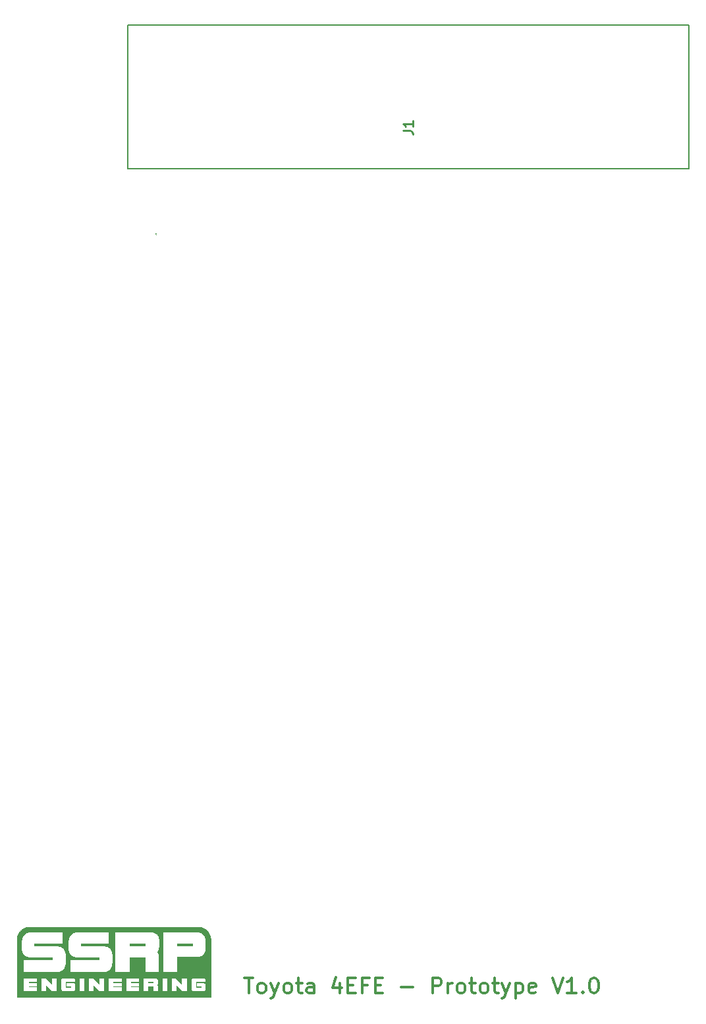
<source format=gbr>
%TF.GenerationSoftware,KiCad,Pcbnew,7.0.7*%
%TF.CreationDate,2024-09-30T22:56:21+02:00*%
%TF.ProjectId,SSRP4EFE,53535250-3445-4464-952e-6b696361645f,rev?*%
%TF.SameCoordinates,Original*%
%TF.FileFunction,Legend,Top*%
%TF.FilePolarity,Positive*%
%FSLAX46Y46*%
G04 Gerber Fmt 4.6, Leading zero omitted, Abs format (unit mm)*
G04 Created by KiCad (PCBNEW 7.0.7) date 2024-09-30 22:56:21*
%MOMM*%
%LPD*%
G01*
G04 APERTURE LIST*
%ADD10C,0.000000*%
%ADD11C,0.300000*%
%ADD12C,0.254000*%
%ADD13C,0.100000*%
%ADD14C,0.200000*%
G04 APERTURE END LIST*
D10*
G36*
X122421595Y-142411439D02*
G01*
X122505475Y-142417817D01*
X122588135Y-142428320D01*
X122669471Y-142442845D01*
X122749379Y-142461287D01*
X122827757Y-142483543D01*
X122904499Y-142509509D01*
X122979503Y-142539081D01*
X123052664Y-142572156D01*
X123123880Y-142608629D01*
X123193045Y-142648398D01*
X123260056Y-142691358D01*
X123324810Y-142737406D01*
X123387203Y-142786437D01*
X123447130Y-142838348D01*
X123504488Y-142893036D01*
X123559174Y-142950395D01*
X123611084Y-143010324D01*
X123660113Y-143072718D01*
X123706159Y-143137472D01*
X123749116Y-143204485D01*
X123788882Y-143273650D01*
X123825353Y-143344866D01*
X123858425Y-143418028D01*
X123887994Y-143493032D01*
X123913956Y-143569775D01*
X123936208Y-143648153D01*
X123954646Y-143728062D01*
X123969166Y-143809398D01*
X123979664Y-143892057D01*
X123986037Y-143975937D01*
X123988181Y-144060932D01*
X123988181Y-151525000D01*
X99000000Y-151525000D01*
X99000000Y-150690629D01*
X99917864Y-150690629D01*
X101583199Y-150690629D01*
X102168069Y-150690629D01*
X102760910Y-150690629D01*
X102762006Y-149913460D01*
X103533636Y-150690629D01*
X104101040Y-150690629D01*
X104101040Y-150246513D01*
X104693699Y-150246513D01*
X104694120Y-150273835D01*
X104695382Y-150300289D01*
X104697486Y-150325877D01*
X104700431Y-150350597D01*
X104704218Y-150374449D01*
X104708846Y-150397435D01*
X104714315Y-150419553D01*
X104720626Y-150440804D01*
X104727779Y-150461188D01*
X104735772Y-150480705D01*
X104744608Y-150499354D01*
X104754284Y-150517136D01*
X104764802Y-150534050D01*
X104776161Y-150550098D01*
X104788362Y-150565278D01*
X104801404Y-150579590D01*
X104815287Y-150593036D01*
X104830011Y-150605614D01*
X104845577Y-150617324D01*
X104861984Y-150628167D01*
X104879232Y-150638143D01*
X104897322Y-150647251D01*
X104916253Y-150655492D01*
X104936025Y-150662866D01*
X104956638Y-150669372D01*
X104978093Y-150675011D01*
X105000389Y-150679782D01*
X105023526Y-150683685D01*
X105047504Y-150686722D01*
X105072323Y-150688890D01*
X105097984Y-150690192D01*
X105124485Y-150690625D01*
X106112574Y-150690625D01*
X106137917Y-150690203D01*
X106162462Y-150688934D01*
X106186209Y-150686820D01*
X106209158Y-150683859D01*
X106231310Y-150680054D01*
X106252664Y-150675402D01*
X106273220Y-150669905D01*
X106292978Y-150663562D01*
X106311939Y-150656374D01*
X106330102Y-150648340D01*
X106347466Y-150639461D01*
X106364033Y-150629736D01*
X106379802Y-150619165D01*
X106394774Y-150607749D01*
X106408947Y-150595488D01*
X106422322Y-150582381D01*
X106434899Y-150568429D01*
X106446678Y-150553631D01*
X106457659Y-150537988D01*
X106467843Y-150521499D01*
X106477228Y-150504166D01*
X106485814Y-150485986D01*
X106493603Y-150466962D01*
X106500594Y-150447092D01*
X106506786Y-150426378D01*
X106512180Y-150404817D01*
X106516776Y-150382412D01*
X106520574Y-150359162D01*
X106523574Y-150335066D01*
X106525775Y-150310125D01*
X106527782Y-150257708D01*
X106527782Y-149993420D01*
X106527112Y-149970467D01*
X106525647Y-149948241D01*
X106523388Y-149926741D01*
X106520335Y-149905968D01*
X106516488Y-149885921D01*
X106511847Y-149866601D01*
X106506412Y-149848007D01*
X106500183Y-149830140D01*
X106493160Y-149813000D01*
X106485344Y-149796586D01*
X106476734Y-149780898D01*
X106467329Y-149765937D01*
X106457131Y-149751702D01*
X106446139Y-149738194D01*
X106434354Y-149725412D01*
X106421774Y-149713356D01*
X106408401Y-149702027D01*
X106394235Y-149691424D01*
X106379274Y-149681547D01*
X106363520Y-149672396D01*
X106346972Y-149663972D01*
X106329631Y-149656274D01*
X106311496Y-149649302D01*
X106292568Y-149643056D01*
X106272846Y-149637537D01*
X106252330Y-149632743D01*
X106231021Y-149628676D01*
X106208919Y-149625335D01*
X106162333Y-149620830D01*
X106112574Y-149619230D01*
X105425287Y-149619230D01*
X105425287Y-150078919D01*
X105982650Y-150078919D01*
X105982650Y-150190954D01*
X105308690Y-150190954D01*
X105308690Y-149504885D01*
X106527721Y-149506041D01*
X106527782Y-149506041D01*
X106527782Y-149358346D01*
X106527162Y-149337854D01*
X106525721Y-149318012D01*
X106523462Y-149298821D01*
X106520383Y-149280281D01*
X106516484Y-149262391D01*
X106511767Y-149245152D01*
X106506229Y-149228564D01*
X106499872Y-149212627D01*
X106492696Y-149197340D01*
X106484700Y-149182703D01*
X106475885Y-149168718D01*
X106466250Y-149155383D01*
X106455796Y-149142698D01*
X106444522Y-149130664D01*
X106432428Y-149119281D01*
X106419515Y-149108548D01*
X106405783Y-149098466D01*
X106391231Y-149089035D01*
X106375859Y-149080253D01*
X106359668Y-149072123D01*
X106342657Y-149064643D01*
X106324826Y-149057813D01*
X106306176Y-149051634D01*
X106286706Y-149046106D01*
X106245307Y-149037000D01*
X106200630Y-149030496D01*
X106152674Y-149026593D01*
X106101478Y-149025294D01*
X107087033Y-149025294D01*
X107087033Y-150690629D01*
X107704337Y-150690629D01*
X107704337Y-149025294D01*
X108280322Y-149025294D01*
X108280322Y-150690629D01*
X108873163Y-150690629D01*
X108874260Y-149913460D01*
X109645890Y-150690629D01*
X110213295Y-150690629D01*
X110213295Y-149025294D01*
X110805829Y-149025294D01*
X110805829Y-150690629D01*
X112471165Y-150690629D01*
X113056035Y-150690629D01*
X114721368Y-150690629D01*
X114721368Y-150690569D01*
X115306177Y-150690569D01*
X115905712Y-150690569D01*
X115905712Y-150075452D01*
X116558555Y-150075452D01*
X116558555Y-150690569D01*
X117132594Y-150690569D01*
X117132594Y-150069977D01*
X117132534Y-150054304D01*
X117131806Y-150038936D01*
X117130411Y-150023872D01*
X117128349Y-150009113D01*
X117125619Y-149994657D01*
X117122221Y-149980506D01*
X117118157Y-149966658D01*
X117113424Y-149953114D01*
X117108024Y-149939873D01*
X117101957Y-149926934D01*
X117095222Y-149914298D01*
X117087820Y-149901964D01*
X117079750Y-149889933D01*
X117071013Y-149878203D01*
X117061608Y-149866774D01*
X117051536Y-149855647D01*
X117061887Y-149844975D01*
X117071581Y-149833794D01*
X117080616Y-149822103D01*
X117088994Y-149809902D01*
X117096713Y-149797191D01*
X117103774Y-149783969D01*
X117110176Y-149770237D01*
X117115920Y-149755993D01*
X117121005Y-149741238D01*
X117125430Y-149725971D01*
X117129196Y-149710192D01*
X117132303Y-149693902D01*
X117134750Y-149677098D01*
X117136538Y-149659782D01*
X117137665Y-149641954D01*
X117138132Y-149623612D01*
X117138070Y-149623612D01*
X117138070Y-149358287D01*
X117137445Y-149337794D01*
X117135992Y-149317952D01*
X117133711Y-149298762D01*
X117130602Y-149280221D01*
X117126665Y-149262332D01*
X117121899Y-149245093D01*
X117116306Y-149228505D01*
X117109885Y-149212567D01*
X117102635Y-149197280D01*
X117094558Y-149182644D01*
X117085652Y-149168658D01*
X117075918Y-149155323D01*
X117065356Y-149142639D01*
X117053965Y-149130605D01*
X117041747Y-149119221D01*
X117028700Y-149108489D01*
X117014824Y-149098407D01*
X117000121Y-149088975D01*
X116984589Y-149080194D01*
X116968229Y-149072063D01*
X116951040Y-149064583D01*
X116933023Y-149057754D01*
X116914177Y-149051575D01*
X116894503Y-149046046D01*
X116852670Y-149036940D01*
X116807522Y-149030436D01*
X116759060Y-149026534D01*
X116709712Y-149025294D01*
X117720690Y-149025294D01*
X117720690Y-150690629D01*
X118338055Y-150690629D01*
X118914039Y-150690629D01*
X119506943Y-150690629D01*
X119507977Y-149913460D01*
X120279668Y-150690629D01*
X120847012Y-150690629D01*
X120847012Y-150246513D01*
X121439608Y-150246513D01*
X121440029Y-150273835D01*
X121441291Y-150300289D01*
X121443395Y-150325877D01*
X121446340Y-150350597D01*
X121450127Y-150374449D01*
X121454755Y-150397435D01*
X121460225Y-150419553D01*
X121466536Y-150440804D01*
X121473688Y-150461188D01*
X121481682Y-150480705D01*
X121490517Y-150499354D01*
X121500193Y-150517136D01*
X121510711Y-150534050D01*
X121522071Y-150550098D01*
X121534271Y-150565278D01*
X121547313Y-150579590D01*
X121561196Y-150593036D01*
X121575921Y-150605614D01*
X121591487Y-150617324D01*
X121607894Y-150628167D01*
X121625142Y-150638143D01*
X121643232Y-150647251D01*
X121662163Y-150655492D01*
X121681935Y-150662866D01*
X121702548Y-150669372D01*
X121724003Y-150675011D01*
X121746299Y-150679782D01*
X121769436Y-150683685D01*
X121793414Y-150686722D01*
X121818233Y-150688890D01*
X121843894Y-150690192D01*
X121870395Y-150690625D01*
X122858422Y-150690625D01*
X122883770Y-150690203D01*
X122908320Y-150688934D01*
X122932072Y-150686820D01*
X122955026Y-150683859D01*
X122977182Y-150680054D01*
X122998540Y-150675402D01*
X123019100Y-150669905D01*
X123038862Y-150663562D01*
X123057826Y-150656374D01*
X123075991Y-150648340D01*
X123093359Y-150639461D01*
X123109928Y-150629736D01*
X123125699Y-150619165D01*
X123140672Y-150607749D01*
X123154847Y-150595488D01*
X123168224Y-150582381D01*
X123180802Y-150568429D01*
X123192583Y-150553631D01*
X123203565Y-150537988D01*
X123213749Y-150521499D01*
X123223135Y-150504166D01*
X123231722Y-150485986D01*
X123239511Y-150466962D01*
X123246502Y-150447092D01*
X123252695Y-150426378D01*
X123258089Y-150404817D01*
X123262686Y-150382412D01*
X123266483Y-150359162D01*
X123269483Y-150335066D01*
X123271684Y-150310125D01*
X123273691Y-150257708D01*
X123273691Y-149993420D01*
X123273020Y-149970467D01*
X123271555Y-149948241D01*
X123269295Y-149926741D01*
X123266241Y-149905968D01*
X123262393Y-149885921D01*
X123257751Y-149866601D01*
X123252314Y-149848007D01*
X123246083Y-149830140D01*
X123239058Y-149813000D01*
X123231240Y-149796586D01*
X123222627Y-149780898D01*
X123213220Y-149765937D01*
X123203019Y-149751702D01*
X123192025Y-149738194D01*
X123180236Y-149725412D01*
X123167654Y-149713356D01*
X123154278Y-149702027D01*
X123140109Y-149691424D01*
X123125145Y-149681547D01*
X123109388Y-149672396D01*
X123092838Y-149663972D01*
X123075494Y-149656274D01*
X123057357Y-149649302D01*
X123038426Y-149643056D01*
X123018702Y-149637537D01*
X122998184Y-149632743D01*
X122976874Y-149628676D01*
X122954770Y-149625335D01*
X122908182Y-149620830D01*
X122858422Y-149619230D01*
X122171196Y-149619230D01*
X122171196Y-150078919D01*
X122728559Y-150078919D01*
X122728559Y-150190954D01*
X122054661Y-150190954D01*
X122054661Y-149504885D01*
X123273632Y-149506041D01*
X123273695Y-149506041D01*
X123273695Y-149358346D01*
X123273079Y-149337854D01*
X123271644Y-149318012D01*
X123269389Y-149298821D01*
X123266314Y-149280281D01*
X123262420Y-149262391D01*
X123257706Y-149245152D01*
X123252171Y-149228564D01*
X123245818Y-149212627D01*
X123238644Y-149197340D01*
X123230650Y-149182703D01*
X123221837Y-149168718D01*
X123212203Y-149155383D01*
X123201750Y-149142698D01*
X123190477Y-149130664D01*
X123178384Y-149119281D01*
X123165472Y-149108548D01*
X123151739Y-149098466D01*
X123137186Y-149089035D01*
X123121814Y-149080253D01*
X123105621Y-149072123D01*
X123088608Y-149064643D01*
X123070776Y-149057813D01*
X123052123Y-149051634D01*
X123032651Y-149046106D01*
X122991246Y-149037000D01*
X122946561Y-149030496D01*
X122898595Y-149026593D01*
X122847349Y-149025293D01*
X121871490Y-149025293D01*
X121844916Y-149025618D01*
X121819185Y-149026593D01*
X121794298Y-149028219D01*
X121770256Y-149030496D01*
X121747057Y-149033423D01*
X121724702Y-149037000D01*
X121703191Y-149041227D01*
X121682524Y-149046106D01*
X121662701Y-149051634D01*
X121643721Y-149057813D01*
X121625586Y-149064643D01*
X121608294Y-149072123D01*
X121591846Y-149080253D01*
X121576241Y-149089035D01*
X121561480Y-149098466D01*
X121547563Y-149108548D01*
X121534490Y-149119281D01*
X121522260Y-149130664D01*
X121510873Y-149142698D01*
X121500331Y-149155383D01*
X121490632Y-149168718D01*
X121481776Y-149182703D01*
X121473764Y-149197340D01*
X121466595Y-149212627D01*
X121460270Y-149228564D01*
X121454788Y-149245152D01*
X121450150Y-149262391D01*
X121446355Y-149280281D01*
X121443403Y-149298821D01*
X121441295Y-149318012D01*
X121440030Y-149337854D01*
X121439608Y-149358346D01*
X121439608Y-150246513D01*
X120847012Y-150246513D01*
X120847012Y-149025294D01*
X120246320Y-149025294D01*
X120246320Y-149802464D01*
X119469151Y-149025294D01*
X118914039Y-149025294D01*
X118914039Y-150690629D01*
X118338055Y-150690629D01*
X118338055Y-149025294D01*
X117720690Y-149025294D01*
X116709712Y-149025294D01*
X116707284Y-149025233D01*
X115306177Y-149025233D01*
X115306177Y-150690569D01*
X114721368Y-150690569D01*
X114721368Y-150186634D01*
X113673339Y-150186634D01*
X113673339Y-150076610D01*
X114721368Y-150076610D01*
X114721368Y-149623610D01*
X113673339Y-149623610D01*
X113673339Y-149507015D01*
X114721370Y-149507015D01*
X114721370Y-149025294D01*
X113056035Y-149025294D01*
X113056035Y-150690629D01*
X112471165Y-150690629D01*
X112471165Y-150186634D01*
X111423134Y-150186634D01*
X111423134Y-150076610D01*
X112471165Y-150076610D01*
X112471165Y-149623610D01*
X111423134Y-149623610D01*
X111423134Y-149507015D01*
X112471165Y-149507015D01*
X112471165Y-149025294D01*
X110805829Y-149025294D01*
X110213295Y-149025294D01*
X109612603Y-149025294D01*
X109612603Y-149802464D01*
X108835434Y-149025294D01*
X108280322Y-149025294D01*
X107704337Y-149025294D01*
X107087033Y-149025294D01*
X106101478Y-149025294D01*
X106101439Y-149025293D01*
X105125581Y-149025293D01*
X105099007Y-149025618D01*
X105073276Y-149026593D01*
X105048390Y-149028219D01*
X105024347Y-149030496D01*
X105001149Y-149033423D01*
X104978794Y-149037000D01*
X104957283Y-149041227D01*
X104936616Y-149046106D01*
X104916793Y-149051634D01*
X104897813Y-149057813D01*
X104879677Y-149064643D01*
X104862385Y-149072123D01*
X104845937Y-149080253D01*
X104830333Y-149089035D01*
X104815572Y-149098466D01*
X104801655Y-149108548D01*
X104788581Y-149119281D01*
X104776351Y-149130664D01*
X104764965Y-149142698D01*
X104754422Y-149155383D01*
X104744723Y-149168718D01*
X104735867Y-149182703D01*
X104727855Y-149197340D01*
X104720686Y-149212627D01*
X104714361Y-149228564D01*
X104708879Y-149245152D01*
X104704241Y-149262391D01*
X104700446Y-149280281D01*
X104697494Y-149298821D01*
X104695386Y-149318012D01*
X104694121Y-149337854D01*
X104693699Y-149358346D01*
X104693699Y-150246513D01*
X104101040Y-150246513D01*
X104101040Y-149025294D01*
X103500348Y-149025294D01*
X103500348Y-149802464D01*
X102723179Y-149025294D01*
X102168069Y-149025294D01*
X102168069Y-150690629D01*
X101583199Y-150690629D01*
X101583199Y-150186634D01*
X100535168Y-150186634D01*
X100535168Y-150076610D01*
X101583199Y-150076610D01*
X101583199Y-149623610D01*
X100535168Y-149623610D01*
X100535168Y-149507015D01*
X101583199Y-149507015D01*
X101583199Y-149025294D01*
X99917864Y-149025294D01*
X99917864Y-150690629D01*
X99000000Y-150690629D01*
X99000000Y-148206925D01*
X111655475Y-148206925D01*
X113500695Y-148206925D01*
X113500695Y-146313875D01*
X115509979Y-146313875D01*
X115509979Y-148206925D01*
X117276635Y-148206925D01*
X117276635Y-148206869D01*
X117806189Y-148206869D01*
X119647999Y-148206869D01*
X119647999Y-146293309D01*
X122039995Y-146293309D01*
X122115883Y-146290622D01*
X122189363Y-146285537D01*
X122260434Y-146278056D01*
X122329096Y-146268178D01*
X122395350Y-146255904D01*
X122459195Y-146241233D01*
X122520631Y-146224165D01*
X122579658Y-146204701D01*
X122636276Y-146182840D01*
X122690486Y-146158583D01*
X122742286Y-146131930D01*
X122791677Y-146102880D01*
X122838660Y-146071434D01*
X122883233Y-146037591D01*
X122925398Y-146001353D01*
X122965153Y-145962718D01*
X123002499Y-145921687D01*
X123037435Y-145878260D01*
X123069963Y-145832437D01*
X123100081Y-145784218D01*
X123127791Y-145733603D01*
X123153090Y-145680592D01*
X123175981Y-145625185D01*
X123196462Y-145567382D01*
X123214533Y-145507184D01*
X123230196Y-145444590D01*
X123243448Y-145379600D01*
X123254291Y-145312215D01*
X123262725Y-145242434D01*
X123268749Y-145170257D01*
X123273569Y-145018718D01*
X123273569Y-144280618D01*
X123264659Y-144138593D01*
X123256731Y-144070934D01*
X123246487Y-144005510D01*
X123233928Y-143942321D01*
X123219053Y-143881368D01*
X123201863Y-143822650D01*
X123182357Y-143766168D01*
X123160535Y-143711921D01*
X123136398Y-143659909D01*
X123109946Y-143610133D01*
X123081177Y-143562593D01*
X123050094Y-143517287D01*
X123016694Y-143474218D01*
X122980980Y-143433384D01*
X122942949Y-143394785D01*
X122902603Y-143358422D01*
X122859942Y-143324294D01*
X122814965Y-143292402D01*
X122767672Y-143262745D01*
X122718064Y-143235324D01*
X122666140Y-143210139D01*
X122611901Y-143187189D01*
X122555346Y-143166474D01*
X122496476Y-143147996D01*
X122435290Y-143131753D01*
X122371789Y-143117745D01*
X122305972Y-143105973D01*
X122237839Y-143096437D01*
X122167391Y-143089137D01*
X122019548Y-143081242D01*
X117806189Y-143081242D01*
X117806189Y-148206869D01*
X117276635Y-148206869D01*
X117276635Y-146296715D01*
X117276453Y-146248495D01*
X117274216Y-146201209D01*
X117269926Y-146154857D01*
X117263581Y-146109439D01*
X117255181Y-146064954D01*
X117244727Y-146021404D01*
X117232218Y-145978787D01*
X117217653Y-145937104D01*
X117201034Y-145896354D01*
X117182358Y-145856538D01*
X117161628Y-145817655D01*
X117138841Y-145779706D01*
X117113998Y-145742689D01*
X117087100Y-145706606D01*
X117058144Y-145671455D01*
X117027133Y-145637237D01*
X117059003Y-145604411D01*
X117088845Y-145570012D01*
X117116659Y-145534038D01*
X117142444Y-145496491D01*
X117166202Y-145457369D01*
X117187931Y-145416673D01*
X117207632Y-145374402D01*
X117225305Y-145330556D01*
X117240950Y-145285135D01*
X117254567Y-145238138D01*
X117266155Y-145189565D01*
X117275715Y-145139416D01*
X117283247Y-145087690D01*
X117288751Y-145034388D01*
X117292226Y-144979509D01*
X117293674Y-144923053D01*
X117293674Y-144106389D01*
X117291760Y-144043317D01*
X117287296Y-143982247D01*
X117280283Y-143923179D01*
X117270720Y-143866114D01*
X117258607Y-143811051D01*
X117243944Y-143757991D01*
X117226732Y-143706933D01*
X117206970Y-143657877D01*
X117184658Y-143610824D01*
X117159797Y-143565774D01*
X117132387Y-143522726D01*
X117102426Y-143481680D01*
X117069916Y-143442636D01*
X117034857Y-143405595D01*
X116997248Y-143370556D01*
X116957090Y-143337520D01*
X116914382Y-143306485D01*
X116869125Y-143277453D01*
X116821318Y-143250424D01*
X116770962Y-143225396D01*
X116718056Y-143202371D01*
X116662602Y-143181348D01*
X116604598Y-143162328D01*
X116544044Y-143145309D01*
X116415290Y-143117279D01*
X116276338Y-143097258D01*
X116127190Y-143085245D01*
X115967845Y-143081241D01*
X111655475Y-143081241D01*
X111655475Y-148206925D01*
X99000000Y-148206925D01*
X99000000Y-145131480D01*
X99647794Y-145131480D01*
X99648985Y-145203024D01*
X99652559Y-145272425D01*
X99658515Y-145339684D01*
X99666854Y-145404801D01*
X99677576Y-145467777D01*
X99690680Y-145528610D01*
X99706167Y-145587301D01*
X99724036Y-145643849D01*
X99744288Y-145698256D01*
X99766923Y-145750520D01*
X99791940Y-145800642D01*
X99819340Y-145848621D01*
X99849122Y-145894458D01*
X99881287Y-145938153D01*
X99915834Y-145979705D01*
X99952764Y-146019114D01*
X99992077Y-146056381D01*
X100033772Y-146091505D01*
X100077850Y-146124487D01*
X100124310Y-146155325D01*
X100173153Y-146184021D01*
X100224379Y-146210574D01*
X100277987Y-146234984D01*
X100333978Y-146257252D01*
X100392351Y-146277376D01*
X100453107Y-146295357D01*
X100516245Y-146311195D01*
X100581766Y-146324890D01*
X100649670Y-146336442D01*
X100719956Y-146345851D01*
X100867676Y-146358239D01*
X103591082Y-146358239D01*
X103591082Y-146689711D01*
X99873258Y-146689711D01*
X99873258Y-148206867D01*
X104148142Y-148206867D01*
X104217732Y-148205532D01*
X104285120Y-148201528D01*
X104350305Y-148194854D01*
X104413288Y-148185510D01*
X104474069Y-148173497D01*
X104532647Y-148158814D01*
X104589022Y-148141461D01*
X104643195Y-148121439D01*
X104695166Y-148098747D01*
X104744934Y-148073386D01*
X104792500Y-148045355D01*
X104837864Y-148014654D01*
X104881025Y-147981284D01*
X104921983Y-147945244D01*
X104960740Y-147906534D01*
X104997294Y-147865155D01*
X105031645Y-147821106D01*
X105063795Y-147774388D01*
X105093742Y-147725000D01*
X105121486Y-147672942D01*
X105147029Y-147618215D01*
X105170369Y-147560818D01*
X105191507Y-147500752D01*
X105210442Y-147438015D01*
X105227175Y-147372610D01*
X105241706Y-147304534D01*
X105264162Y-147160375D01*
X105277808Y-147005537D01*
X105282646Y-146840021D01*
X105282646Y-146156627D01*
X105280709Y-146080510D01*
X105276610Y-146006789D01*
X105270347Y-145935464D01*
X105261923Y-145866536D01*
X105251336Y-145800003D01*
X105238586Y-145735867D01*
X105223674Y-145674126D01*
X105206599Y-145614782D01*
X105187362Y-145557834D01*
X105165963Y-145503282D01*
X105142402Y-145451126D01*
X105116678Y-145401366D01*
X105088791Y-145354003D01*
X105058743Y-145309036D01*
X105026532Y-145266464D01*
X104992159Y-145226289D01*
X104955623Y-145188510D01*
X104916926Y-145153127D01*
X104876066Y-145120141D01*
X104833044Y-145089550D01*
X104787860Y-145061355D01*
X104740514Y-145035557D01*
X104691006Y-145012155D01*
X104639336Y-144991149D01*
X104585503Y-144972539D01*
X104529509Y-144956325D01*
X104471353Y-144942507D01*
X104411034Y-144931086D01*
X104348554Y-144922060D01*
X104283912Y-144915431D01*
X104217108Y-144911198D01*
X104148142Y-144909361D01*
X101236758Y-144909361D01*
X101236758Y-144588173D01*
X104838411Y-144588173D01*
X104838411Y-144448087D01*
X105651605Y-144448087D01*
X105651665Y-144448087D01*
X105651665Y-145131419D01*
X105652857Y-145202962D01*
X105656431Y-145272363D01*
X105662387Y-145339623D01*
X105670726Y-145404740D01*
X105681448Y-145467715D01*
X105694552Y-145528548D01*
X105710039Y-145587239D01*
X105727908Y-145643788D01*
X105748160Y-145698194D01*
X105770795Y-145750459D01*
X105795812Y-145800580D01*
X105823212Y-145848560D01*
X105852994Y-145894397D01*
X105885159Y-145938091D01*
X105919706Y-145979643D01*
X105956636Y-146019053D01*
X105995949Y-146056320D01*
X106037644Y-146091444D01*
X106081722Y-146124425D01*
X106128182Y-146155264D01*
X106177025Y-146183960D01*
X106228251Y-146210513D01*
X106281859Y-146234923D01*
X106337850Y-146257190D01*
X106396223Y-146277315D01*
X106456979Y-146295296D01*
X106520118Y-146311134D01*
X106585639Y-146324829D01*
X106653542Y-146336381D01*
X106723829Y-146345790D01*
X106871549Y-146358177D01*
X109594954Y-146358177D01*
X109594954Y-146689650D01*
X105877130Y-146689650D01*
X105877130Y-148206867D01*
X110151954Y-148206867D01*
X110221544Y-148205532D01*
X110288932Y-148201528D01*
X110354117Y-148194854D01*
X110417100Y-148185510D01*
X110477881Y-148173497D01*
X110536459Y-148158814D01*
X110592834Y-148141461D01*
X110647007Y-148121439D01*
X110698978Y-148098747D01*
X110748746Y-148073386D01*
X110796312Y-148045355D01*
X110841675Y-148014654D01*
X110884836Y-147981284D01*
X110925795Y-147945244D01*
X110964551Y-147906534D01*
X111001105Y-147865155D01*
X111035457Y-147821106D01*
X111067606Y-147774388D01*
X111097553Y-147725000D01*
X111125298Y-147672942D01*
X111150840Y-147618215D01*
X111174180Y-147560818D01*
X111195318Y-147500752D01*
X111214254Y-147438015D01*
X111230987Y-147372610D01*
X111245518Y-147304534D01*
X111267973Y-147160375D01*
X111281620Y-147005537D01*
X111286457Y-146840021D01*
X111286457Y-146156627D01*
X111284521Y-146080510D01*
X111280421Y-146006789D01*
X111274159Y-145935464D01*
X111265735Y-145866536D01*
X111255147Y-145800003D01*
X111242398Y-145735867D01*
X111227486Y-145674126D01*
X111210412Y-145614782D01*
X111191175Y-145557834D01*
X111169776Y-145503282D01*
X111146214Y-145451126D01*
X111120490Y-145401366D01*
X111092604Y-145354003D01*
X111062555Y-145309036D01*
X111030344Y-145266464D01*
X110995971Y-145226289D01*
X110959436Y-145188510D01*
X110920738Y-145153127D01*
X110879879Y-145120141D01*
X110836857Y-145089550D01*
X110791673Y-145061355D01*
X110744327Y-145035557D01*
X110694819Y-145012155D01*
X110643148Y-144991149D01*
X110589316Y-144972539D01*
X110533321Y-144956325D01*
X110475165Y-144942507D01*
X110414847Y-144931086D01*
X110352366Y-144922060D01*
X110287724Y-144915431D01*
X110220920Y-144911198D01*
X110151954Y-144909361D01*
X107240568Y-144909361D01*
X107240568Y-144588173D01*
X110842222Y-144588173D01*
X110842222Y-143081242D01*
X107035550Y-143081242D01*
X106950407Y-143082577D01*
X106867966Y-143086582D01*
X106788229Y-143093257D01*
X106711194Y-143102602D01*
X106636862Y-143114616D01*
X106565232Y-143129301D01*
X106496306Y-143146655D01*
X106430082Y-143166679D01*
X106366562Y-143189372D01*
X106305744Y-143214736D01*
X106247629Y-143242769D01*
X106192217Y-143273471D01*
X106139508Y-143306843D01*
X106089502Y-143342885D01*
X106042199Y-143381596D01*
X105997599Y-143422977D01*
X105955701Y-143467027D01*
X105916507Y-143513746D01*
X105880016Y-143563135D01*
X105846227Y-143615193D01*
X105815142Y-143669921D01*
X105786760Y-143727317D01*
X105761080Y-143787383D01*
X105738104Y-143850118D01*
X105717831Y-143915523D01*
X105700261Y-143983596D01*
X105685394Y-144054339D01*
X105673230Y-144127750D01*
X105663769Y-144203831D01*
X105657011Y-144282581D01*
X105652956Y-144363999D01*
X105651605Y-144448087D01*
X104838411Y-144448087D01*
X104838411Y-143081242D01*
X101031739Y-143081242D01*
X100946596Y-143082577D01*
X100864155Y-143086582D01*
X100784418Y-143093257D01*
X100707383Y-143102602D01*
X100633051Y-143114616D01*
X100561421Y-143129301D01*
X100492495Y-143146655D01*
X100426272Y-143166679D01*
X100362751Y-143189372D01*
X100301933Y-143214736D01*
X100243818Y-143242769D01*
X100188406Y-143273471D01*
X100135697Y-143306843D01*
X100085691Y-143342885D01*
X100038388Y-143381596D01*
X99993788Y-143422977D01*
X99951890Y-143467027D01*
X99912696Y-143513746D01*
X99876205Y-143563135D01*
X99842416Y-143615193D01*
X99811331Y-143669921D01*
X99782949Y-143727317D01*
X99757269Y-143787383D01*
X99734293Y-143850118D01*
X99714020Y-143915523D01*
X99696450Y-143983596D01*
X99681583Y-144054339D01*
X99669419Y-144127750D01*
X99659958Y-144203831D01*
X99653200Y-144282581D01*
X99649145Y-144363999D01*
X99647794Y-144448087D01*
X99647794Y-145131480D01*
X99000000Y-145131480D01*
X99000000Y-144060932D01*
X99002150Y-143975937D01*
X99008527Y-143892057D01*
X99019030Y-143809398D01*
X99033555Y-143728062D01*
X99051997Y-143648153D01*
X99074253Y-143569775D01*
X99100219Y-143493032D01*
X99129791Y-143418028D01*
X99162866Y-143344866D01*
X99199339Y-143273650D01*
X99239108Y-143204485D01*
X99282068Y-143137472D01*
X99328116Y-143072718D01*
X99377147Y-143010324D01*
X99429058Y-142950395D01*
X99483745Y-142893036D01*
X99541105Y-142838348D01*
X99601034Y-142786437D01*
X99663428Y-142737406D01*
X99728182Y-142691358D01*
X99795195Y-142648398D01*
X99864360Y-142608629D01*
X99935576Y-142572156D01*
X100008738Y-142539081D01*
X100083742Y-142509509D01*
X100160485Y-142483543D01*
X100238863Y-142461287D01*
X100318772Y-142442845D01*
X100400108Y-142428320D01*
X100482768Y-142417817D01*
X100566647Y-142411439D01*
X100651643Y-142409290D01*
X122336600Y-142409290D01*
X122421595Y-142411439D01*
G37*
G36*
X121660752Y-144923053D02*
G01*
X119648061Y-144923053D01*
X119648061Y-144560850D01*
X121660752Y-144560850D01*
X121660752Y-144923053D01*
G37*
G36*
X116558617Y-149622517D02*
G01*
X115910215Y-149622517D01*
X115910215Y-149504885D01*
X116558617Y-149504885D01*
X116558617Y-149622517D01*
G37*
G36*
X115509979Y-144919646D02*
G01*
X113514388Y-144919646D01*
X113514388Y-144557442D01*
X115509979Y-144557442D01*
X115509979Y-144919646D01*
G37*
D11*
X128246080Y-148939379D02*
X129388937Y-148939379D01*
X128817508Y-150939379D02*
X128817508Y-148939379D01*
X130341318Y-150939379D02*
X130150842Y-150844141D01*
X130150842Y-150844141D02*
X130055604Y-150748902D01*
X130055604Y-150748902D02*
X129960366Y-150558426D01*
X129960366Y-150558426D02*
X129960366Y-149986998D01*
X129960366Y-149986998D02*
X130055604Y-149796521D01*
X130055604Y-149796521D02*
X130150842Y-149701283D01*
X130150842Y-149701283D02*
X130341318Y-149606045D01*
X130341318Y-149606045D02*
X130627033Y-149606045D01*
X130627033Y-149606045D02*
X130817509Y-149701283D01*
X130817509Y-149701283D02*
X130912747Y-149796521D01*
X130912747Y-149796521D02*
X131007985Y-149986998D01*
X131007985Y-149986998D02*
X131007985Y-150558426D01*
X131007985Y-150558426D02*
X130912747Y-150748902D01*
X130912747Y-150748902D02*
X130817509Y-150844141D01*
X130817509Y-150844141D02*
X130627033Y-150939379D01*
X130627033Y-150939379D02*
X130341318Y-150939379D01*
X131674652Y-149606045D02*
X132150842Y-150939379D01*
X132627033Y-149606045D02*
X132150842Y-150939379D01*
X132150842Y-150939379D02*
X131960366Y-151415569D01*
X131960366Y-151415569D02*
X131865128Y-151510807D01*
X131865128Y-151510807D02*
X131674652Y-151606045D01*
X133674652Y-150939379D02*
X133484176Y-150844141D01*
X133484176Y-150844141D02*
X133388938Y-150748902D01*
X133388938Y-150748902D02*
X133293700Y-150558426D01*
X133293700Y-150558426D02*
X133293700Y-149986998D01*
X133293700Y-149986998D02*
X133388938Y-149796521D01*
X133388938Y-149796521D02*
X133484176Y-149701283D01*
X133484176Y-149701283D02*
X133674652Y-149606045D01*
X133674652Y-149606045D02*
X133960367Y-149606045D01*
X133960367Y-149606045D02*
X134150843Y-149701283D01*
X134150843Y-149701283D02*
X134246081Y-149796521D01*
X134246081Y-149796521D02*
X134341319Y-149986998D01*
X134341319Y-149986998D02*
X134341319Y-150558426D01*
X134341319Y-150558426D02*
X134246081Y-150748902D01*
X134246081Y-150748902D02*
X134150843Y-150844141D01*
X134150843Y-150844141D02*
X133960367Y-150939379D01*
X133960367Y-150939379D02*
X133674652Y-150939379D01*
X134912748Y-149606045D02*
X135674652Y-149606045D01*
X135198462Y-148939379D02*
X135198462Y-150653664D01*
X135198462Y-150653664D02*
X135293700Y-150844141D01*
X135293700Y-150844141D02*
X135484176Y-150939379D01*
X135484176Y-150939379D02*
X135674652Y-150939379D01*
X137198462Y-150939379D02*
X137198462Y-149891760D01*
X137198462Y-149891760D02*
X137103224Y-149701283D01*
X137103224Y-149701283D02*
X136912748Y-149606045D01*
X136912748Y-149606045D02*
X136531795Y-149606045D01*
X136531795Y-149606045D02*
X136341319Y-149701283D01*
X137198462Y-150844141D02*
X137007986Y-150939379D01*
X137007986Y-150939379D02*
X136531795Y-150939379D01*
X136531795Y-150939379D02*
X136341319Y-150844141D01*
X136341319Y-150844141D02*
X136246081Y-150653664D01*
X136246081Y-150653664D02*
X136246081Y-150463188D01*
X136246081Y-150463188D02*
X136341319Y-150272712D01*
X136341319Y-150272712D02*
X136531795Y-150177474D01*
X136531795Y-150177474D02*
X137007986Y-150177474D01*
X137007986Y-150177474D02*
X137198462Y-150082236D01*
X140531796Y-149606045D02*
X140531796Y-150939379D01*
X140055605Y-148844141D02*
X139579415Y-150272712D01*
X139579415Y-150272712D02*
X140817510Y-150272712D01*
X141579415Y-149891760D02*
X142246082Y-149891760D01*
X142531796Y-150939379D02*
X141579415Y-150939379D01*
X141579415Y-150939379D02*
X141579415Y-148939379D01*
X141579415Y-148939379D02*
X142531796Y-148939379D01*
X144055606Y-149891760D02*
X143388939Y-149891760D01*
X143388939Y-150939379D02*
X143388939Y-148939379D01*
X143388939Y-148939379D02*
X144341320Y-148939379D01*
X145103225Y-149891760D02*
X145769892Y-149891760D01*
X146055606Y-150939379D02*
X145103225Y-150939379D01*
X145103225Y-150939379D02*
X145103225Y-148939379D01*
X145103225Y-148939379D02*
X146055606Y-148939379D01*
X148436559Y-150177474D02*
X149960369Y-150177474D01*
X152436559Y-150939379D02*
X152436559Y-148939379D01*
X152436559Y-148939379D02*
X153198464Y-148939379D01*
X153198464Y-148939379D02*
X153388940Y-149034617D01*
X153388940Y-149034617D02*
X153484178Y-149129855D01*
X153484178Y-149129855D02*
X153579416Y-149320331D01*
X153579416Y-149320331D02*
X153579416Y-149606045D01*
X153579416Y-149606045D02*
X153484178Y-149796521D01*
X153484178Y-149796521D02*
X153388940Y-149891760D01*
X153388940Y-149891760D02*
X153198464Y-149986998D01*
X153198464Y-149986998D02*
X152436559Y-149986998D01*
X154436559Y-150939379D02*
X154436559Y-149606045D01*
X154436559Y-149986998D02*
X154531797Y-149796521D01*
X154531797Y-149796521D02*
X154627035Y-149701283D01*
X154627035Y-149701283D02*
X154817511Y-149606045D01*
X154817511Y-149606045D02*
X155007988Y-149606045D01*
X155960368Y-150939379D02*
X155769892Y-150844141D01*
X155769892Y-150844141D02*
X155674654Y-150748902D01*
X155674654Y-150748902D02*
X155579416Y-150558426D01*
X155579416Y-150558426D02*
X155579416Y-149986998D01*
X155579416Y-149986998D02*
X155674654Y-149796521D01*
X155674654Y-149796521D02*
X155769892Y-149701283D01*
X155769892Y-149701283D02*
X155960368Y-149606045D01*
X155960368Y-149606045D02*
X156246083Y-149606045D01*
X156246083Y-149606045D02*
X156436559Y-149701283D01*
X156436559Y-149701283D02*
X156531797Y-149796521D01*
X156531797Y-149796521D02*
X156627035Y-149986998D01*
X156627035Y-149986998D02*
X156627035Y-150558426D01*
X156627035Y-150558426D02*
X156531797Y-150748902D01*
X156531797Y-150748902D02*
X156436559Y-150844141D01*
X156436559Y-150844141D02*
X156246083Y-150939379D01*
X156246083Y-150939379D02*
X155960368Y-150939379D01*
X157198464Y-149606045D02*
X157960368Y-149606045D01*
X157484178Y-148939379D02*
X157484178Y-150653664D01*
X157484178Y-150653664D02*
X157579416Y-150844141D01*
X157579416Y-150844141D02*
X157769892Y-150939379D01*
X157769892Y-150939379D02*
X157960368Y-150939379D01*
X158912749Y-150939379D02*
X158722273Y-150844141D01*
X158722273Y-150844141D02*
X158627035Y-150748902D01*
X158627035Y-150748902D02*
X158531797Y-150558426D01*
X158531797Y-150558426D02*
X158531797Y-149986998D01*
X158531797Y-149986998D02*
X158627035Y-149796521D01*
X158627035Y-149796521D02*
X158722273Y-149701283D01*
X158722273Y-149701283D02*
X158912749Y-149606045D01*
X158912749Y-149606045D02*
X159198464Y-149606045D01*
X159198464Y-149606045D02*
X159388940Y-149701283D01*
X159388940Y-149701283D02*
X159484178Y-149796521D01*
X159484178Y-149796521D02*
X159579416Y-149986998D01*
X159579416Y-149986998D02*
X159579416Y-150558426D01*
X159579416Y-150558426D02*
X159484178Y-150748902D01*
X159484178Y-150748902D02*
X159388940Y-150844141D01*
X159388940Y-150844141D02*
X159198464Y-150939379D01*
X159198464Y-150939379D02*
X158912749Y-150939379D01*
X160150845Y-149606045D02*
X160912749Y-149606045D01*
X160436559Y-148939379D02*
X160436559Y-150653664D01*
X160436559Y-150653664D02*
X160531797Y-150844141D01*
X160531797Y-150844141D02*
X160722273Y-150939379D01*
X160722273Y-150939379D02*
X160912749Y-150939379D01*
X161388940Y-149606045D02*
X161865130Y-150939379D01*
X162341321Y-149606045D02*
X161865130Y-150939379D01*
X161865130Y-150939379D02*
X161674654Y-151415569D01*
X161674654Y-151415569D02*
X161579416Y-151510807D01*
X161579416Y-151510807D02*
X161388940Y-151606045D01*
X163103226Y-149606045D02*
X163103226Y-151606045D01*
X163103226Y-149701283D02*
X163293702Y-149606045D01*
X163293702Y-149606045D02*
X163674655Y-149606045D01*
X163674655Y-149606045D02*
X163865131Y-149701283D01*
X163865131Y-149701283D02*
X163960369Y-149796521D01*
X163960369Y-149796521D02*
X164055607Y-149986998D01*
X164055607Y-149986998D02*
X164055607Y-150558426D01*
X164055607Y-150558426D02*
X163960369Y-150748902D01*
X163960369Y-150748902D02*
X163865131Y-150844141D01*
X163865131Y-150844141D02*
X163674655Y-150939379D01*
X163674655Y-150939379D02*
X163293702Y-150939379D01*
X163293702Y-150939379D02*
X163103226Y-150844141D01*
X165674655Y-150844141D02*
X165484179Y-150939379D01*
X165484179Y-150939379D02*
X165103226Y-150939379D01*
X165103226Y-150939379D02*
X164912750Y-150844141D01*
X164912750Y-150844141D02*
X164817512Y-150653664D01*
X164817512Y-150653664D02*
X164817512Y-149891760D01*
X164817512Y-149891760D02*
X164912750Y-149701283D01*
X164912750Y-149701283D02*
X165103226Y-149606045D01*
X165103226Y-149606045D02*
X165484179Y-149606045D01*
X165484179Y-149606045D02*
X165674655Y-149701283D01*
X165674655Y-149701283D02*
X165769893Y-149891760D01*
X165769893Y-149891760D02*
X165769893Y-150082236D01*
X165769893Y-150082236D02*
X164817512Y-150272712D01*
X167865132Y-148939379D02*
X168531798Y-150939379D01*
X168531798Y-150939379D02*
X169198465Y-148939379D01*
X170912751Y-150939379D02*
X169769894Y-150939379D01*
X170341322Y-150939379D02*
X170341322Y-148939379D01*
X170341322Y-148939379D02*
X170150846Y-149225093D01*
X170150846Y-149225093D02*
X169960370Y-149415569D01*
X169960370Y-149415569D02*
X169769894Y-149510807D01*
X171769894Y-150748902D02*
X171865132Y-150844141D01*
X171865132Y-150844141D02*
X171769894Y-150939379D01*
X171769894Y-150939379D02*
X171674656Y-150844141D01*
X171674656Y-150844141D02*
X171769894Y-150748902D01*
X171769894Y-150748902D02*
X171769894Y-150939379D01*
X173103227Y-148939379D02*
X173293704Y-148939379D01*
X173293704Y-148939379D02*
X173484180Y-149034617D01*
X173484180Y-149034617D02*
X173579418Y-149129855D01*
X173579418Y-149129855D02*
X173674656Y-149320331D01*
X173674656Y-149320331D02*
X173769894Y-149701283D01*
X173769894Y-149701283D02*
X173769894Y-150177474D01*
X173769894Y-150177474D02*
X173674656Y-150558426D01*
X173674656Y-150558426D02*
X173579418Y-150748902D01*
X173579418Y-150748902D02*
X173484180Y-150844141D01*
X173484180Y-150844141D02*
X173293704Y-150939379D01*
X173293704Y-150939379D02*
X173103227Y-150939379D01*
X173103227Y-150939379D02*
X172912751Y-150844141D01*
X172912751Y-150844141D02*
X172817513Y-150748902D01*
X172817513Y-150748902D02*
X172722275Y-150558426D01*
X172722275Y-150558426D02*
X172627037Y-150177474D01*
X172627037Y-150177474D02*
X172627037Y-149701283D01*
X172627037Y-149701283D02*
X172722275Y-149320331D01*
X172722275Y-149320331D02*
X172817513Y-149129855D01*
X172817513Y-149129855D02*
X172912751Y-149034617D01*
X172912751Y-149034617D02*
X173103227Y-148939379D01*
D12*
X148632998Y-40115012D02*
X149540141Y-40115012D01*
X149540141Y-40115012D02*
X149721569Y-40175489D01*
X149721569Y-40175489D02*
X149842522Y-40296441D01*
X149842522Y-40296441D02*
X149902998Y-40477870D01*
X149902998Y-40477870D02*
X149902998Y-40598822D01*
X149902998Y-38845012D02*
X149902998Y-39570727D01*
X149902998Y-39207870D02*
X148632998Y-39207870D01*
X148632998Y-39207870D02*
X148814426Y-39328822D01*
X148814426Y-39328822D02*
X148935379Y-39449774D01*
X148935379Y-39449774D02*
X148995855Y-39570727D01*
D13*
%TO.C,J1*%
X116878680Y-53428680D02*
X116878680Y-53428680D01*
X116878680Y-53328680D02*
X116878680Y-53328680D01*
D14*
X113278680Y-45028680D02*
X113278680Y-26528680D01*
X185378680Y-45028680D02*
X113278680Y-45028680D01*
X113278680Y-26528680D02*
X185378680Y-26528680D01*
X185378680Y-26528680D02*
X185378680Y-45028680D01*
D13*
X116878680Y-53328680D02*
G75*
G03*
X116878680Y-53428680I0J-50000D01*
G01*
X116878680Y-53428680D02*
G75*
G03*
X116878680Y-53328680I0J50000D01*
G01*
%TD*%
M02*

</source>
